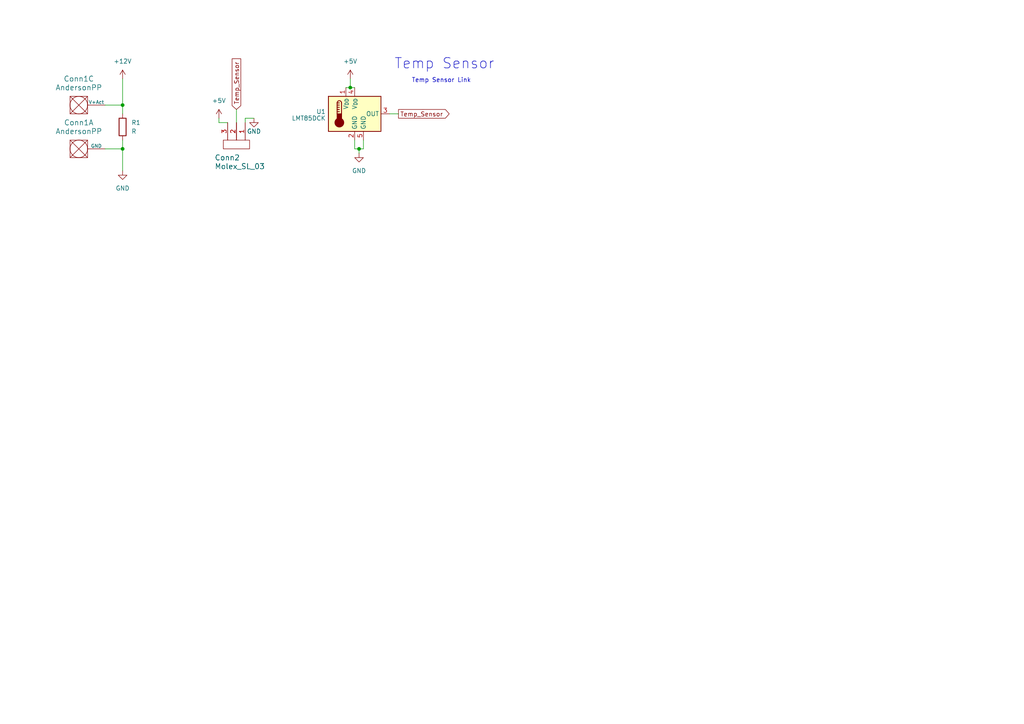
<source format=kicad_sch>
(kicad_sch (version 20230121) (generator eeschema)

  (uuid e6c1e763-c694-4521-b530-f13b86f852cc)

  (paper "A4")

  (lib_symbols
    (symbol "Device:R" (pin_numbers hide) (pin_names (offset 0)) (in_bom yes) (on_board yes)
      (property "Reference" "R" (at 2.032 0 90)
        (effects (font (size 1.27 1.27)))
      )
      (property "Value" "R" (at 0 0 90)
        (effects (font (size 1.27 1.27)))
      )
      (property "Footprint" "" (at -1.778 0 90)
        (effects (font (size 1.27 1.27)) hide)
      )
      (property "Datasheet" "~" (at 0 0 0)
        (effects (font (size 1.27 1.27)) hide)
      )
      (property "ki_keywords" "R res resistor" (at 0 0 0)
        (effects (font (size 1.27 1.27)) hide)
      )
      (property "ki_description" "Resistor" (at 0 0 0)
        (effects (font (size 1.27 1.27)) hide)
      )
      (property "ki_fp_filters" "R_*" (at 0 0 0)
        (effects (font (size 1.27 1.27)) hide)
      )
      (symbol "R_0_1"
        (rectangle (start -1.016 -2.54) (end 1.016 2.54)
          (stroke (width 0.254) (type default))
          (fill (type none))
        )
      )
      (symbol "R_1_1"
        (pin passive line (at 0 3.81 270) (length 1.27)
          (name "~" (effects (font (size 1.27 1.27))))
          (number "1" (effects (font (size 1.27 1.27))))
        )
        (pin passive line (at 0 -3.81 90) (length 1.27)
          (name "~" (effects (font (size 1.27 1.27))))
          (number "2" (effects (font (size 1.27 1.27))))
        )
      )
    )
    (symbol "MRDT_Connectors:AndersonPP" (pin_numbers hide) (pin_names (offset 0)) (in_bom yes) (on_board yes)
      (property "Reference" "Conn" (at 3.81 -1.27 0)
        (effects (font (size 1.524 1.524)))
      )
      (property "Value" "AndersonPP" (at 2.54 6.35 0)
        (effects (font (size 1.524 1.524)))
      )
      (property "Footprint" "" (at -3.81 -13.97 0)
        (effects (font (size 1.524 1.524)) hide)
      )
      (property "Datasheet" "" (at -3.81 -13.97 0)
        (effects (font (size 1.524 1.524)) hide)
      )
      (property "ki_locked" "" (at 0 0 0)
        (effects (font (size 1.27 1.27)))
      )
      (symbol "AndersonPP_0_1"
        (polyline
          (pts
            (xy 0 5.08)
            (xy 5.08 0)
          )
          (stroke (width 0) (type solid))
          (fill (type none))
        )
        (polyline
          (pts
            (xy 5.08 5.08)
            (xy 0 0)
          )
          (stroke (width 0) (type solid))
          (fill (type none))
        )
        (rectangle (start 0 0) (end 5.08 5.08)
          (stroke (width 0) (type solid))
          (fill (type none))
        )
        (circle (center 2.54 2.54) (radius 2.54)
          (stroke (width 0) (type solid))
          (fill (type none))
        )
      )
      (symbol "AndersonPP_1_1"
        (pin input line (at 10.16 2.54 180) (length 5.08)
          (name "GND" (effects (font (size 0.9906 0.9906))))
          (number "1" (effects (font (size 1.27 1.27))))
        )
      )
      (symbol "AndersonPP_2_1"
        (pin input line (at 10.16 2.54 180) (length 5.08)
          (name "V+Log" (effects (font (size 0.9906 0.9906))))
          (number "2" (effects (font (size 1.27 1.27))))
        )
      )
      (symbol "AndersonPP_3_1"
        (pin input line (at 10.16 2.54 180) (length 5.08)
          (name "V+Act" (effects (font (size 0.9906 0.9906))))
          (number "3" (effects (font (size 1.27 1.27))))
        )
      )
      (symbol "AndersonPP_4_1"
        (pin input line (at 10.16 2.54 180) (length 5.08)
          (name "PV+" (effects (font (size 0.9906 0.9906))))
          (number "4" (effects (font (size 1.27 1.27))))
        )
      )
      (symbol "AndersonPP_5_1"
        (pin input line (at 10.16 2.54 180) (length 5.08)
          (name "~" (effects (font (size 0.9906 0.9906))))
          (number "1" (effects (font (size 1.27 1.27))))
        )
      )
    )
    (symbol "MRDT_Connectors:Molex_SL_03" (pin_names (offset 1.016)) (in_bom yes) (on_board yes)
      (property "Reference" "Conn" (at 3.81 -1.27 0)
        (effects (font (size 1.524 1.524)))
      )
      (property "Value" "Molex_SL_03" (at 1.27 8.89 0)
        (effects (font (size 1.524 1.524)))
      )
      (property "Footprint" "" (at 0 0 0)
        (effects (font (size 1.524 1.524)) hide)
      )
      (property "Datasheet" "" (at 0 0 0)
        (effects (font (size 1.524 1.524)) hide)
      )
      (property "ki_keywords" "MOLEX SL" (at 0 0 0)
        (effects (font (size 1.27 1.27)) hide)
      )
      (symbol "Molex_SL_03_0_1"
        (rectangle (start 0 7.62) (end 2.54 0)
          (stroke (width 0) (type solid))
          (fill (type none))
        )
      )
      (symbol "Molex_SL_03_1_1"
        (pin input line (at -5.08 6.35 0) (length 5.08)
          (name "~" (effects (font (size 1.27 1.27))))
          (number "1" (effects (font (size 1.27 1.27))))
        )
        (pin input line (at -5.08 3.81 0) (length 5.08)
          (name "~" (effects (font (size 1.27 1.27))))
          (number "2" (effects (font (size 1.27 1.27))))
        )
        (pin input line (at -5.08 1.27 0) (length 5.08)
          (name "~" (effects (font (size 1.27 1.27))))
          (number "3" (effects (font (size 1.27 1.27))))
        )
      )
    )
    (symbol "Sensor_Temperature:LMT85DCK" (in_bom yes) (on_board yes)
      (property "Reference" "U" (at -6.35 6.35 0)
        (effects (font (size 1.27 1.27)))
      )
      (property "Value" "LMT85DCK" (at 5.08 6.35 0)
        (effects (font (size 1.27 1.27)) (justify left))
      )
      (property "Footprint" "Package_TO_SOT_SMD:SOT-353_SC-70-5" (at 0 -10.16 0)
        (effects (font (size 1.27 1.27)) hide)
      )
      (property "Datasheet" "http://www.ti.com/lit/ds/symlink/lmt85-q1.pdf" (at 0 0 0)
        (effects (font (size 1.27 1.27)) hide)
      )
      (property "ki_keywords" "temperature sensor thermistor ntc" (at 0 0 0)
        (effects (font (size 1.27 1.27)) hide)
      )
      (property "ki_description" "Analog temperature sensor, NTC, 0.3C accuracy, -8.2mV/C, -50C to +150C, 1.8 to 5.5V, SC-70-5" (at 0 0 0)
        (effects (font (size 1.27 1.27)) hide)
      )
      (property "ki_fp_filters" "*SC?70*" (at 0 0 0)
        (effects (font (size 1.27 1.27)) hide)
      )
      (symbol "LMT85DCK_0_1"
        (rectangle (start -7.62 5.08) (end 7.62 -5.08)
          (stroke (width 0.254) (type default))
          (fill (type background))
        )
        (circle (center -4.445 -2.54) (radius 1.27)
          (stroke (width 0.254) (type default))
          (fill (type outline))
        )
        (rectangle (start -3.81 -1.905) (end -5.08 0)
          (stroke (width 0.254) (type default))
          (fill (type outline))
        )
        (arc (start -3.81 3.175) (mid -4.445 3.8073) (end -5.08 3.175)
          (stroke (width 0.254) (type default))
          (fill (type none))
        )
        (polyline
          (pts
            (xy -5.08 0.635)
            (xy -4.445 0.635)
          )
          (stroke (width 0.254) (type default))
          (fill (type none))
        )
        (polyline
          (pts
            (xy -5.08 1.27)
            (xy -4.445 1.27)
          )
          (stroke (width 0.254) (type default))
          (fill (type none))
        )
        (polyline
          (pts
            (xy -5.08 1.905)
            (xy -4.445 1.905)
          )
          (stroke (width 0.254) (type default))
          (fill (type none))
        )
        (polyline
          (pts
            (xy -5.08 2.54)
            (xy -4.445 2.54)
          )
          (stroke (width 0.254) (type default))
          (fill (type none))
        )
        (polyline
          (pts
            (xy -5.08 3.175)
            (xy -5.08 0)
          )
          (stroke (width 0.254) (type default))
          (fill (type none))
        )
        (polyline
          (pts
            (xy -5.08 3.175)
            (xy -4.445 3.175)
          )
          (stroke (width 0.254) (type default))
          (fill (type none))
        )
        (polyline
          (pts
            (xy -3.81 3.175)
            (xy -3.81 0)
          )
          (stroke (width 0.254) (type default))
          (fill (type none))
        )
      )
      (symbol "LMT85DCK_1_1"
        (pin power_in line (at -2.54 7.62 270) (length 2.54)
          (name "V_{DD}" (effects (font (size 1.27 1.27))))
          (number "1" (effects (font (size 1.27 1.27))))
        )
        (pin power_in line (at 0 -7.62 90) (length 2.54)
          (name "GND" (effects (font (size 1.27 1.27))))
          (number "2" (effects (font (size 1.27 1.27))))
        )
        (pin output line (at 10.16 0 180) (length 2.54)
          (name "OUT" (effects (font (size 1.27 1.27))))
          (number "3" (effects (font (size 1.27 1.27))))
        )
        (pin power_in line (at 0 7.62 270) (length 2.54)
          (name "V_{DD}" (effects (font (size 1.27 1.27))))
          (number "4" (effects (font (size 1.27 1.27))))
        )
        (pin power_in line (at 2.54 -7.62 90) (length 2.54)
          (name "GND" (effects (font (size 1.27 1.27))))
          (number "5" (effects (font (size 1.27 1.27))))
        )
      )
    )
    (symbol "power:+12V" (power) (pin_names (offset 0)) (in_bom yes) (on_board yes)
      (property "Reference" "#PWR" (at 0 -3.81 0)
        (effects (font (size 1.27 1.27)) hide)
      )
      (property "Value" "+12V" (at 0 3.556 0)
        (effects (font (size 1.27 1.27)))
      )
      (property "Footprint" "" (at 0 0 0)
        (effects (font (size 1.27 1.27)) hide)
      )
      (property "Datasheet" "" (at 0 0 0)
        (effects (font (size 1.27 1.27)) hide)
      )
      (property "ki_keywords" "global power" (at 0 0 0)
        (effects (font (size 1.27 1.27)) hide)
      )
      (property "ki_description" "Power symbol creates a global label with name \"+12V\"" (at 0 0 0)
        (effects (font (size 1.27 1.27)) hide)
      )
      (symbol "+12V_0_1"
        (polyline
          (pts
            (xy -0.762 1.27)
            (xy 0 2.54)
          )
          (stroke (width 0) (type default))
          (fill (type none))
        )
        (polyline
          (pts
            (xy 0 0)
            (xy 0 2.54)
          )
          (stroke (width 0) (type default))
          (fill (type none))
        )
        (polyline
          (pts
            (xy 0 2.54)
            (xy 0.762 1.27)
          )
          (stroke (width 0) (type default))
          (fill (type none))
        )
      )
      (symbol "+12V_1_1"
        (pin power_in line (at 0 0 90) (length 0) hide
          (name "+12V" (effects (font (size 1.27 1.27))))
          (number "1" (effects (font (size 1.27 1.27))))
        )
      )
    )
    (symbol "power:+5V" (power) (pin_names (offset 0)) (in_bom yes) (on_board yes)
      (property "Reference" "#PWR" (at 0 -3.81 0)
        (effects (font (size 1.27 1.27)) hide)
      )
      (property "Value" "+5V" (at 0 3.556 0)
        (effects (font (size 1.27 1.27)))
      )
      (property "Footprint" "" (at 0 0 0)
        (effects (font (size 1.27 1.27)) hide)
      )
      (property "Datasheet" "" (at 0 0 0)
        (effects (font (size 1.27 1.27)) hide)
      )
      (property "ki_keywords" "global power" (at 0 0 0)
        (effects (font (size 1.27 1.27)) hide)
      )
      (property "ki_description" "Power symbol creates a global label with name \"+5V\"" (at 0 0 0)
        (effects (font (size 1.27 1.27)) hide)
      )
      (symbol "+5V_0_1"
        (polyline
          (pts
            (xy -0.762 1.27)
            (xy 0 2.54)
          )
          (stroke (width 0) (type default))
          (fill (type none))
        )
        (polyline
          (pts
            (xy 0 0)
            (xy 0 2.54)
          )
          (stroke (width 0) (type default))
          (fill (type none))
        )
        (polyline
          (pts
            (xy 0 2.54)
            (xy 0.762 1.27)
          )
          (stroke (width 0) (type default))
          (fill (type none))
        )
      )
      (symbol "+5V_1_1"
        (pin power_in line (at 0 0 90) (length 0) hide
          (name "+5V" (effects (font (size 1.27 1.27))))
          (number "1" (effects (font (size 1.27 1.27))))
        )
      )
    )
    (symbol "power:GND" (power) (pin_names (offset 0)) (in_bom yes) (on_board yes)
      (property "Reference" "#PWR" (at 0 -6.35 0)
        (effects (font (size 1.27 1.27)) hide)
      )
      (property "Value" "GND" (at 0 -3.81 0)
        (effects (font (size 1.27 1.27)))
      )
      (property "Footprint" "" (at 0 0 0)
        (effects (font (size 1.27 1.27)) hide)
      )
      (property "Datasheet" "" (at 0 0 0)
        (effects (font (size 1.27 1.27)) hide)
      )
      (property "ki_keywords" "global power" (at 0 0 0)
        (effects (font (size 1.27 1.27)) hide)
      )
      (property "ki_description" "Power symbol creates a global label with name \"GND\" , ground" (at 0 0 0)
        (effects (font (size 1.27 1.27)) hide)
      )
      (symbol "GND_0_1"
        (polyline
          (pts
            (xy 0 0)
            (xy 0 -1.27)
            (xy 1.27 -1.27)
            (xy 0 -2.54)
            (xy -1.27 -1.27)
            (xy 0 -1.27)
          )
          (stroke (width 0) (type default))
          (fill (type none))
        )
      )
      (symbol "GND_1_1"
        (pin power_in line (at 0 0 270) (length 0) hide
          (name "GND" (effects (font (size 1.27 1.27))))
          (number "1" (effects (font (size 1.27 1.27))))
        )
      )
    )
  )

  (junction (at 101.6 25.4) (diameter 0) (color 0 0 0 0)
    (uuid 1be79144-19d3-497a-8277-8ebb96866851)
  )
  (junction (at 104.14 43.18) (diameter 0) (color 0 0 0 0)
    (uuid 20e7248f-9c2a-4fc6-aa25-85ca2be515ca)
  )
  (junction (at 35.56 43.18) (diameter 0) (color 0 0 0 0)
    (uuid 2b95d709-dfcc-4463-8543-f7316773ac64)
  )
  (junction (at 35.56 30.48) (diameter 0) (color 0 0 0 0)
    (uuid c6015499-0376-4967-b9b9-181d946f4823)
  )

  (wire (pts (xy 101.6 25.4) (xy 102.87 25.4))
    (stroke (width 0) (type default))
    (uuid 03c98439-2d30-417e-9f58-b6ddefc301b7)
  )
  (wire (pts (xy 102.87 43.18) (xy 104.14 43.18))
    (stroke (width 0) (type default))
    (uuid 13f3442d-64d6-4f71-9bf2-051e70c7360e)
  )
  (wire (pts (xy 71.12 34.29) (xy 73.66 34.29))
    (stroke (width 0) (type default))
    (uuid 282e0298-9f97-423e-a61a-59251a3c8df0)
  )
  (wire (pts (xy 68.58 31.75) (xy 68.58 35.56))
    (stroke (width 0) (type default))
    (uuid 326e4fea-1e83-496b-8ee1-38cd79586ef7)
  )
  (wire (pts (xy 101.6 25.4) (xy 101.6 22.86))
    (stroke (width 0) (type default))
    (uuid 32b9b66a-a7bd-4a1b-97bb-739e122bf163)
  )
  (wire (pts (xy 113.03 33.02) (xy 115.57 33.02))
    (stroke (width 0) (type default))
    (uuid 3b57877f-19f1-49c0-8e6f-12aec43ba12e)
  )
  (wire (pts (xy 35.56 30.48) (xy 35.56 33.02))
    (stroke (width 0) (type default))
    (uuid 3b643927-1d52-4b10-9c34-3d77a4e57b08)
  )
  (wire (pts (xy 63.5 35.56) (xy 66.04 35.56))
    (stroke (width 0) (type default))
    (uuid 4525d7d6-0175-47fc-9969-3c22f0968bf9)
  )
  (wire (pts (xy 71.12 35.56) (xy 71.12 34.29))
    (stroke (width 0) (type default))
    (uuid 56247842-f736-42a5-a97e-3ac145807a2f)
  )
  (wire (pts (xy 105.41 40.64) (xy 105.41 43.18))
    (stroke (width 0) (type default))
    (uuid 5a395791-ae31-4d49-87b7-658ca25a60d2)
  )
  (wire (pts (xy 105.41 43.18) (xy 104.14 43.18))
    (stroke (width 0) (type default))
    (uuid 5b812d06-064d-43b8-aea9-0ba1fd71b015)
  )
  (wire (pts (xy 35.56 30.48) (xy 35.56 22.86))
    (stroke (width 0) (type default))
    (uuid 6056a0c6-c5fe-41da-8662-7386f4493611)
  )
  (wire (pts (xy 63.5 34.29) (xy 63.5 35.56))
    (stroke (width 0) (type default))
    (uuid 62764bc9-3bad-49cc-86d8-bbd1dd198291)
  )
  (wire (pts (xy 104.14 44.45) (xy 104.14 43.18))
    (stroke (width 0) (type default))
    (uuid 6bb7b05a-68fb-406c-ae8e-f3f684def213)
  )
  (wire (pts (xy 35.56 43.18) (xy 35.56 49.53))
    (stroke (width 0) (type default))
    (uuid 8b9b97e6-336d-43bc-8eaf-2459bb84b26f)
  )
  (wire (pts (xy 30.48 43.18) (xy 35.56 43.18))
    (stroke (width 0) (type default))
    (uuid 9e2b6c72-effc-40e4-bc56-21cb67043cb6)
  )
  (wire (pts (xy 30.48 30.48) (xy 35.56 30.48))
    (stroke (width 0) (type default))
    (uuid c6551a5e-42b2-40b0-8709-911daaa2b52a)
  )
  (wire (pts (xy 35.56 40.64) (xy 35.56 43.18))
    (stroke (width 0) (type default))
    (uuid c95bc6a7-5e85-4320-afe7-ae16923e281b)
  )
  (wire (pts (xy 100.33 25.4) (xy 101.6 25.4))
    (stroke (width 0) (type default))
    (uuid cb1a855f-5682-4b1d-a444-b330dc09ab3c)
  )
  (wire (pts (xy 102.87 40.64) (xy 102.87 43.18))
    (stroke (width 0) (type default))
    (uuid e2457e1f-3968-4f13-a1c6-03002f2c8686)
  )

  (text "Temp Sensor Link" (at 119.38 24.13 0)
    (effects (font (size 1.27 1.27)) (justify left bottom) (href "https://www.digikey.com/en/products/detail/texas-instruments/lmt85lp/4876348"))
    (uuid 9fa5c106-aae4-45b9-867a-c34e3861d5a4)
  )
  (text "Temp Sensor" (at 114.3 20.32 0)
    (effects (font (size 3 3)) (justify left bottom))
    (uuid de0558b6-6edd-4964-aee4-604a3b58ec17)
  )

  (global_label "Temp_Sensor" (shape input) (at 68.58 31.75 90) (fields_autoplaced)
    (effects (font (size 1.27 1.27)) (justify left))
    (uuid 42dfd2ed-6489-4540-939e-5d64687c9cb8)
    (property "Intersheetrefs" "${INTERSHEET_REFS}" (at 68.58 16.4883 90)
      (effects (font (size 1.27 1.27)) (justify left) hide)
    )
  )
  (global_label "Temp_Sensor" (shape output) (at 115.57 33.02 0) (fields_autoplaced)
    (effects (font (size 1.27 1.27)) (justify left))
    (uuid dbed5ac4-a6de-436c-ada5-f8f7988819f8)
    (property "Intersheetrefs" "${INTERSHEET_REFS}" (at 130.8317 33.02 0)
      (effects (font (size 1.27 1.27)) (justify left) hide)
    )
  )

  (symbol (lib_id "Device:R") (at 35.56 36.83 0) (unit 1)
    (in_bom yes) (on_board yes) (dnp no) (fields_autoplaced)
    (uuid 01fc7d06-0af5-4f3f-958c-53d68e57ddd2)
    (property "Reference" "R1" (at 38.1 35.56 0)
      (effects (font (size 1.27 1.27)) (justify left))
    )
    (property "Value" "R" (at 38.1 38.1 0)
      (effects (font (size 1.27 1.27)) (justify left))
    )
    (property "Footprint" "" (at 33.782 36.83 90)
      (effects (font (size 1.27 1.27)) hide)
    )
    (property "Datasheet" "~" (at 35.56 36.83 0)
      (effects (font (size 1.27 1.27)) hide)
    )
    (pin "1" (uuid 2dc1c2b7-e1d7-4642-8507-0608a322b8b8))
    (pin "2" (uuid 4aac3677-31db-44ea-89bb-f18804078ff2))
    (instances
      (project "ScienceHeaterElement_2023"
        (path "/e6c1e763-c694-4521-b530-f13b86f852cc"
          (reference "R1") (unit 1)
        )
      )
    )
  )

  (symbol (lib_id "Sensor_Temperature:LMT85DCK") (at 102.87 33.02 0) (unit 1)
    (in_bom yes) (on_board yes) (dnp no) (fields_autoplaced)
    (uuid 3f8ffbf6-bf96-4125-b8ff-4e3083b54e47)
    (property "Reference" "U1" (at 94.4881 32.3763 0)
      (effects (font (size 1.27 1.27)) (justify right))
    )
    (property "Value" "LMT85DCK" (at 94.4881 34.2973 0)
      (effects (font (size 1.27 1.27)) (justify right))
    )
    (property "Footprint" "Package_TO_SOT_SMD:SOT-353_SC-70-5" (at 102.87 43.18 0)
      (effects (font (size 1.27 1.27)) hide)
    )
    (property "Datasheet" "http://www.ti.com/lit/ds/symlink/lmt85-q1.pdf" (at 102.87 33.02 0)
      (effects (font (size 1.27 1.27)) hide)
    )
    (pin "1" (uuid 384fa094-0450-4562-8459-bbed7418406f))
    (pin "2" (uuid 5263b106-8b70-4edb-bb2d-fe0623c7e204))
    (pin "3" (uuid 9d5eb8e4-11f3-432b-9484-8aa6487756e9))
    (pin "4" (uuid 921b9c5f-3251-40e2-af71-c6ca12332a4b))
    (pin "5" (uuid 1a4ffd7c-e828-4d88-82d9-a992142074e7))
    (instances
      (project "ScienceHeaterElement_2023"
        (path "/e6c1e763-c694-4521-b530-f13b86f852cc"
          (reference "U1") (unit 1)
        )
      )
    )
  )

  (symbol (lib_id "power:+12V") (at 35.56 22.86 0) (unit 1)
    (in_bom yes) (on_board yes) (dnp no) (fields_autoplaced)
    (uuid 57dc0ea4-e33b-4b2c-a16a-22344305fa6b)
    (property "Reference" "#PWR02" (at 35.56 26.67 0)
      (effects (font (size 1.27 1.27)) hide)
    )
    (property "Value" "+12V" (at 35.56 17.78 0)
      (effects (font (size 1.27 1.27)))
    )
    (property "Footprint" "" (at 35.56 22.86 0)
      (effects (font (size 1.27 1.27)) hide)
    )
    (property "Datasheet" "" (at 35.56 22.86 0)
      (effects (font (size 1.27 1.27)) hide)
    )
    (pin "1" (uuid 50ed429e-b31b-488f-a5c2-eb32c6b13377))
    (instances
      (project "ScienceHeaterElement_2023"
        (path "/e6c1e763-c694-4521-b530-f13b86f852cc"
          (reference "#PWR02") (unit 1)
        )
      )
    )
  )

  (symbol (lib_id "power:GND") (at 104.14 44.45 0) (unit 1)
    (in_bom yes) (on_board yes) (dnp no) (fields_autoplaced)
    (uuid 6b30655e-33d9-424e-8d4a-5355753f788b)
    (property "Reference" "#PWR03" (at 104.14 50.8 0)
      (effects (font (size 1.27 1.27)) hide)
    )
    (property "Value" "GND" (at 104.14 49.53 0)
      (effects (font (size 1.27 1.27)))
    )
    (property "Footprint" "" (at 104.14 44.45 0)
      (effects (font (size 1.27 1.27)) hide)
    )
    (property "Datasheet" "" (at 104.14 44.45 0)
      (effects (font (size 1.27 1.27)) hide)
    )
    (pin "1" (uuid 2640cbba-69f4-4dfd-9fe4-21fa0db30f50))
    (instances
      (project "ScienceHeaterElement_2023"
        (path "/e6c1e763-c694-4521-b530-f13b86f852cc"
          (reference "#PWR03") (unit 1)
        )
      )
    )
  )

  (symbol (lib_id "MRDT_Connectors:AndersonPP") (at 20.32 45.72 0) (unit 1)
    (in_bom yes) (on_board yes) (dnp no) (fields_autoplaced)
    (uuid 844ee61a-127f-402f-ab2a-846ad0f3d67b)
    (property "Reference" "Conn1" (at 22.86 35.56 0)
      (effects (font (size 1.524 1.524)))
    )
    (property "Value" "AndersonPP" (at 22.86 38.1 0)
      (effects (font (size 1.524 1.524)))
    )
    (property "Footprint" "" (at 16.51 59.69 0)
      (effects (font (size 1.524 1.524)) hide)
    )
    (property "Datasheet" "" (at 16.51 59.69 0)
      (effects (font (size 1.524 1.524)) hide)
    )
    (pin "1" (uuid 7aa752e0-680d-4205-9ec4-0bd8651fa267))
    (pin "2" (uuid 1d41e20f-f0fb-4e4c-91b7-faf89bdc9929))
    (pin "3" (uuid 09116061-1e56-4a3b-b0e9-f10627c6ec24))
    (pin "4" (uuid 24b2947a-f19c-4fc0-93d0-9f4e20c011af))
    (pin "1" (uuid 7aa752e0-680d-4205-9ec4-0bd8651fa267))
    (instances
      (project "ScienceHeaterElement_2023"
        (path "/e6c1e763-c694-4521-b530-f13b86f852cc"
          (reference "Conn1") (unit 1)
        )
      )
    )
  )

  (symbol (lib_id "MRDT_Connectors:Molex_SL_03") (at 64.77 40.64 270) (unit 1)
    (in_bom yes) (on_board yes) (dnp no)
    (uuid 974da4f2-633f-4829-94bd-8329772737ab)
    (property "Reference" "Conn2" (at 62.23 45.72 90)
      (effects (font (size 1.524 1.524)) (justify left))
    )
    (property "Value" "Molex_SL_03" (at 62.23 48.26 90)
      (effects (font (size 1.524 1.524)) (justify left))
    )
    (property "Footprint" "" (at 64.77 40.64 0)
      (effects (font (size 1.524 1.524)) hide)
    )
    (property "Datasheet" "" (at 64.77 40.64 0)
      (effects (font (size 1.524 1.524)) hide)
    )
    (pin "1" (uuid 5cb18992-c51f-4164-9e3d-347c5467db5d))
    (pin "2" (uuid b8caa5a9-7f7b-4dbb-8ba5-8190ad071099))
    (pin "3" (uuid 051cdbc4-565e-4d55-adfc-ff21b32a70ba))
    (instances
      (project "ScienceHeaterElement_2023"
        (path "/e6c1e763-c694-4521-b530-f13b86f852cc"
          (reference "Conn2") (unit 1)
        )
      )
    )
  )

  (symbol (lib_id "power:GND") (at 35.56 49.53 0) (unit 1)
    (in_bom yes) (on_board yes) (dnp no) (fields_autoplaced)
    (uuid b93aade2-5125-40bb-a4b3-c74a760641e8)
    (property "Reference" "#PWR01" (at 35.56 55.88 0)
      (effects (font (size 1.27 1.27)) hide)
    )
    (property "Value" "GND" (at 35.56 54.61 0)
      (effects (font (size 1.27 1.27)))
    )
    (property "Footprint" "" (at 35.56 49.53 0)
      (effects (font (size 1.27 1.27)) hide)
    )
    (property "Datasheet" "" (at 35.56 49.53 0)
      (effects (font (size 1.27 1.27)) hide)
    )
    (pin "1" (uuid cc2ff92d-1102-4e5d-b852-a65f063437a3))
    (instances
      (project "ScienceHeaterElement_2023"
        (path "/e6c1e763-c694-4521-b530-f13b86f852cc"
          (reference "#PWR01") (unit 1)
        )
      )
    )
  )

  (symbol (lib_id "power:+5V") (at 63.5 34.29 0) (unit 1)
    (in_bom yes) (on_board yes) (dnp no) (fields_autoplaced)
    (uuid cb9a6d37-5a19-421f-9cb5-c96f0d6c0089)
    (property "Reference" "#PWR04" (at 63.5 38.1 0)
      (effects (font (size 1.27 1.27)) hide)
    )
    (property "Value" "+5V" (at 63.5 29.21 0)
      (effects (font (size 1.27 1.27)))
    )
    (property "Footprint" "" (at 63.5 34.29 0)
      (effects (font (size 1.27 1.27)) hide)
    )
    (property "Datasheet" "" (at 63.5 34.29 0)
      (effects (font (size 1.27 1.27)) hide)
    )
    (pin "1" (uuid d67cdf5d-6b8d-40db-9959-45f0070665ff))
    (instances
      (project "ScienceHeaterElement_2023"
        (path "/e6c1e763-c694-4521-b530-f13b86f852cc"
          (reference "#PWR04") (unit 1)
        )
      )
    )
  )

  (symbol (lib_id "power:GND") (at 73.66 34.29 0) (unit 1)
    (in_bom yes) (on_board yes) (dnp no)
    (uuid d0f93905-9b20-49c0-bba5-f90aad5b4383)
    (property "Reference" "#PWR05" (at 73.66 40.64 0)
      (effects (font (size 1.27 1.27)) hide)
    )
    (property "Value" "GND" (at 73.66 38.1 0)
      (effects (font (size 1.27 1.27)))
    )
    (property "Footprint" "" (at 73.66 34.29 0)
      (effects (font (size 1.27 1.27)) hide)
    )
    (property "Datasheet" "" (at 73.66 34.29 0)
      (effects (font (size 1.27 1.27)) hide)
    )
    (pin "1" (uuid 06694db0-a577-45e7-9f09-844882274809))
    (instances
      (project "ScienceHeaterElement_2023"
        (path "/e6c1e763-c694-4521-b530-f13b86f852cc"
          (reference "#PWR05") (unit 1)
        )
      )
    )
  )

  (symbol (lib_id "MRDT_Connectors:AndersonPP") (at 20.32 33.02 0) (unit 3)
    (in_bom yes) (on_board yes) (dnp no) (fields_autoplaced)
    (uuid d84c05a3-e9bb-4ad1-9171-7473b6eddb62)
    (property "Reference" "Conn1" (at 22.86 22.86 0)
      (effects (font (size 1.524 1.524)))
    )
    (property "Value" "AndersonPP" (at 22.86 25.4 0)
      (effects (font (size 1.524 1.524)))
    )
    (property "Footprint" "" (at 16.51 46.99 0)
      (effects (font (size 1.524 1.524)) hide)
    )
    (property "Datasheet" "" (at 16.51 46.99 0)
      (effects (font (size 1.524 1.524)) hide)
    )
    (pin "1" (uuid 7deadffc-89d6-4477-8604-739caf7d3987))
    (pin "2" (uuid 26d9bc45-ebea-4c7c-8707-c6c085798b4b))
    (pin "3" (uuid e4cad0cf-f52d-48e5-a1bc-bac34ae7a207))
    (pin "4" (uuid 05ce6b65-5641-4f4d-9f54-1e66c50637d5))
    (pin "1" (uuid 7deadffc-89d6-4477-8604-739caf7d3987))
    (instances
      (project "ScienceHeaterElement_2023"
        (path "/e6c1e763-c694-4521-b530-f13b86f852cc"
          (reference "Conn1") (unit 3)
        )
      )
    )
  )

  (symbol (lib_id "power:+5V") (at 101.6 22.86 0) (unit 1)
    (in_bom yes) (on_board yes) (dnp no)
    (uuid d89e376c-5da7-448e-a428-a8c219b845d4)
    (property "Reference" "#PWR06" (at 101.6 26.67 0)
      (effects (font (size 1.27 1.27)) hide)
    )
    (property "Value" "+5V" (at 101.6 17.78 0)
      (effects (font (size 1.27 1.27)))
    )
    (property "Footprint" "" (at 101.6 22.86 0)
      (effects (font (size 1.27 1.27)) hide)
    )
    (property "Datasheet" "" (at 101.6 22.86 0)
      (effects (font (size 1.27 1.27)) hide)
    )
    (pin "1" (uuid cc9e2a7d-86ef-42e1-a495-83fa447597b0))
    (instances
      (project "ScienceHeaterElement_2023"
        (path "/e6c1e763-c694-4521-b530-f13b86f852cc"
          (reference "#PWR06") (unit 1)
        )
      )
    )
  )

  (sheet_instances
    (path "/" (page "1"))
  )
)

</source>
